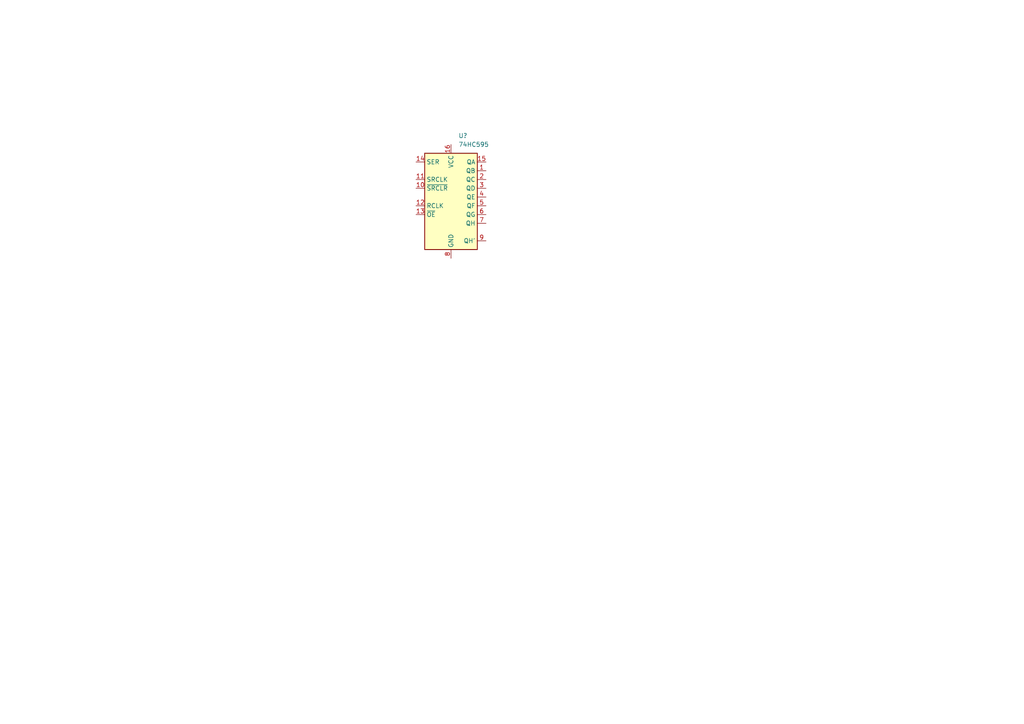
<source format=kicad_sch>
(kicad_sch (version 20250114) (generator "eeschema") (generator_version "9.0")
  (paper "A4")
  (title_block (title "logic_ic"))
  (lib_symbols
    (symbol "74xx:74HC595"
      (property "Reference" "U" (at -7.62 13.97 0))
      (property "Value" "74HC595" (at -7.62 -16.51 0))
      (symbol "74HC595_1_0"
        (pin input line (at -10.16 10.16 0) (length 2.54) (name "SER") (number "14"))
        (pin input line (at -10.16 5.08 0) (length 2.54) (name "SRCLK") (number "11"))
        (pin input line (at -10.16 2.54 0) (length 2.54) (name "~{SRCLR}") (number "10"))
        (pin input line (at -10.16 -2.54 0) (length 2.54) (name "RCLK") (number "12"))
        (pin input line (at -10.16 -5.08 0) (length 2.54) (name "~{OE}") (number "13"))
        (pin power_in line (at 0 15.24 270) (length 2.54) (name "VCC") (number "16"))
        (pin power_in line (at 0 -17.78 90) (length 2.54) (name "GND") (number "8"))
        (pin tri_state line (at 10.16 10.16 180) (length 2.54) (name "QA") (number "15"))
        (pin tri_state line (at 10.16 7.62 180) (length 2.54) (name "QB") (number "1"))
        (pin tri_state line (at 10.16 5.08 180) (length 2.54) (name "QC") (number "2"))
        (pin tri_state line (at 10.16 2.54 180) (length 2.54) (name "QD") (number "3"))
        (pin tri_state line (at 10.16 0 180) (length 2.54) (name "QE") (number "4"))
        (pin tri_state line (at 10.16 -2.54 180) (length 2.54) (name "QF") (number "5"))
        (pin tri_state line (at 10.16 -5.08 180) (length 2.54) (name "QG") (number "6"))
        (pin tri_state line (at 10.16 -7.62 180) (length 2.54) (name "QH") (number "7"))
        (pin output line (at 10.16 -12.7 180) (length 2.54) (name "QH'") (number "9"))
      )
      (symbol "74HC595_1_1"
        (rectangle (start -7.62 12.7) (end 7.62 -15.24) (stroke (width 0.254)) (fill (type background)))
      )
    )
  )
  (symbol (lib_id "74xx:74HC595") (at 130.81 57.15 0) (unit 1)
    (property "Reference" "U?" (at 132.9533 39.37 0) (effects (justify left)))
    (property "Value" "74HC595" (at 132.9533 41.91 0) (effects (justify left)))
    (property "Datasheet" "http://www.ti.com/lit/ds/symlink/sn74hc595.pdf" (effects (hide yes)))
    (property "Description" "8-bit serial in/out Shift Register 3-State Outputs" (effects (hide yes)))
  )
)
</source>
